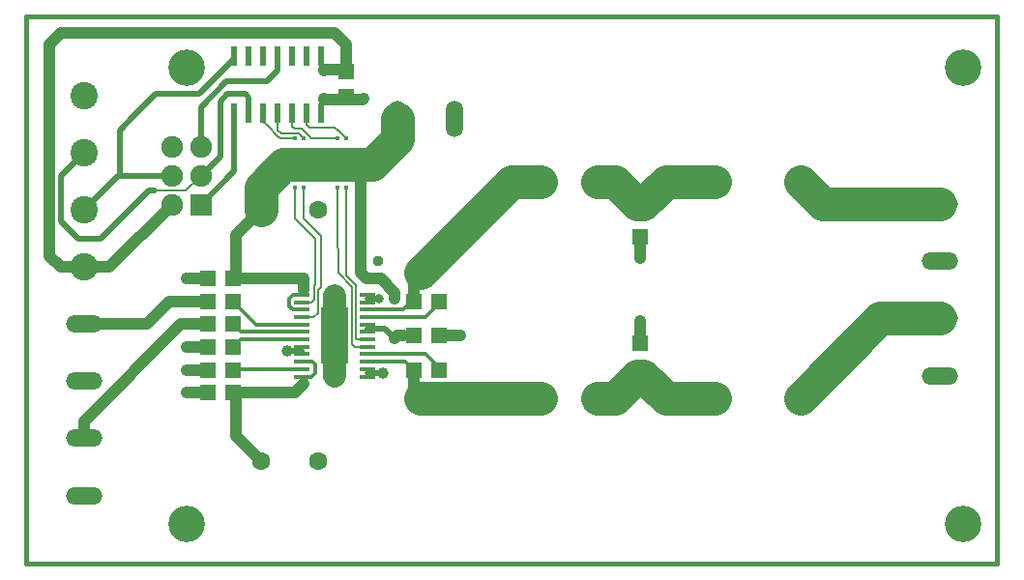
<source format=gtl>
G04 (created by PCBNEW-RS274X (2010-03-14)-final) date Wed 01 Feb 2012 01:55:13 GMT*
G01*
G70*
G90*
%MOIN*%
G04 Gerber Fmt 3.4, Leading zero omitted, Abs format*
%FSLAX34Y34*%
G04 APERTURE LIST*
%ADD10C,0.006000*%
%ADD11C,0.015000*%
%ADD12C,0.126000*%
%ADD13R,0.055100X0.055100*%
%ADD14C,0.094500*%
%ADD15O,0.059100X0.126000*%
%ADD16O,0.126000X0.059100*%
%ADD17C,0.078700*%
%ADD18C,0.063000*%
%ADD19C,0.037400*%
%ADD20R,0.019700X0.070900*%
%ADD21R,0.055100X0.011800*%
%ADD22R,0.094500X0.196900*%
%ADD23C,0.075000*%
%ADD24R,0.075000X0.075000*%
%ADD25C,0.039400*%
%ADD26C,0.031500*%
%ADD27C,0.015700*%
%ADD28C,0.039400*%
%ADD29C,0.007900*%
%ADD30C,0.019700*%
%ADD31C,0.078700*%
%ADD32C,0.011800*%
%ADD33C,0.118100*%
G04 APERTURE END LIST*
G54D10*
G54D11*
X67716Y-62205D02*
X34252Y-62205D01*
X67716Y-43307D02*
X67716Y-62205D01*
X34252Y-43307D02*
X67716Y-43307D01*
X34252Y-62205D02*
X34252Y-43307D01*
G54D12*
X39764Y-45079D03*
X39764Y-60827D03*
X66535Y-60827D03*
X66535Y-45079D03*
G54D13*
X45276Y-46102D03*
X45276Y-45236D03*
X55413Y-50059D03*
X55413Y-50925D03*
X41378Y-53150D03*
X40512Y-53150D03*
X48464Y-53150D03*
X47598Y-53150D03*
X41378Y-53937D03*
X40512Y-53937D03*
X48464Y-55512D03*
X47598Y-55512D03*
X40512Y-54724D03*
X41378Y-54724D03*
X40512Y-55512D03*
X41378Y-55512D03*
X55413Y-55453D03*
X55413Y-54587D03*
X41378Y-56299D03*
X40512Y-56299D03*
X47598Y-54331D03*
X48464Y-54331D03*
G54D14*
X36220Y-51968D03*
X36220Y-49999D03*
X36220Y-48031D03*
X36220Y-46062D03*
G54D15*
X47046Y-46850D03*
X49015Y-46850D03*
G54D16*
X65748Y-49802D03*
X65748Y-51771D03*
X36220Y-53936D03*
X36220Y-55905D03*
X36220Y-57873D03*
X36220Y-59842D03*
X65748Y-53739D03*
X65748Y-55708D03*
G54D17*
X57974Y-49016D03*
X60927Y-49016D03*
X57974Y-56496D03*
X60927Y-56496D03*
G54D18*
X42323Y-50000D03*
X44292Y-50000D03*
X42323Y-58661D03*
X44292Y-58661D03*
G54D19*
X45768Y-51772D03*
X46359Y-51772D03*
G54D13*
X41378Y-52362D03*
X40512Y-52362D03*
G54D20*
X44413Y-44690D03*
X43913Y-44690D03*
X43413Y-44690D03*
X42913Y-44690D03*
X42413Y-44690D03*
X41913Y-44690D03*
X41413Y-44690D03*
X41413Y-46648D03*
X41913Y-46648D03*
X42413Y-46648D03*
X42913Y-46648D03*
X43413Y-46648D03*
X43913Y-46648D03*
X44409Y-46653D03*
G54D21*
X43729Y-52925D03*
X43729Y-53181D03*
X43729Y-53437D03*
X43729Y-53693D03*
X43729Y-53949D03*
X43729Y-54205D03*
X43729Y-54460D03*
X43729Y-54716D03*
X43729Y-54972D03*
X43729Y-55228D03*
X43729Y-55484D03*
X43729Y-55740D03*
X46012Y-55740D03*
X46012Y-55484D03*
X46012Y-55228D03*
X46012Y-54972D03*
X46012Y-54716D03*
X46012Y-54460D03*
X46012Y-54205D03*
X46012Y-53949D03*
X46012Y-53693D03*
X46012Y-53437D03*
X46012Y-53181D03*
X46012Y-52925D03*
G54D22*
X44882Y-54331D03*
G54D23*
X39264Y-49819D03*
X39264Y-48819D03*
X39264Y-47819D03*
G54D24*
X40264Y-49819D03*
G54D23*
X40264Y-48819D03*
X40264Y-47819D03*
G54D18*
X53937Y-49016D03*
X51968Y-49016D03*
X53937Y-56496D03*
X51968Y-56496D03*
G54D25*
X55413Y-53838D03*
X55413Y-51673D03*
G54D26*
X44882Y-54744D03*
X44882Y-53917D03*
X46398Y-53051D03*
G54D25*
X46535Y-55610D03*
X43228Y-54842D03*
X39764Y-56299D03*
X39764Y-55512D03*
X39764Y-54724D03*
X39764Y-52362D03*
X49213Y-54331D03*
X45866Y-46161D03*
G54D27*
X45079Y-53150D03*
X45079Y-52756D03*
X44685Y-53150D03*
X44685Y-52756D03*
X45079Y-55512D03*
X45079Y-55905D03*
X44685Y-55512D03*
X44685Y-55905D03*
X45177Y-55118D03*
X44882Y-55118D03*
X44587Y-55118D03*
G54D26*
X44882Y-54331D03*
G54D27*
X45177Y-53543D03*
X44882Y-53543D03*
X44587Y-53543D03*
G54D26*
X44882Y-52953D03*
X44882Y-55709D03*
G54D27*
X45276Y-47539D03*
X45276Y-49213D03*
X44980Y-49213D03*
X44980Y-47539D03*
X43799Y-47539D03*
X43799Y-49213D03*
X43504Y-49213D03*
X43504Y-47539D03*
G54D25*
X46949Y-53051D03*
X46949Y-54429D03*
G54D28*
X36220Y-51968D02*
X37115Y-51968D01*
X37115Y-51968D02*
X39264Y-49819D01*
G54D29*
X44413Y-44690D02*
X44413Y-45062D01*
X44413Y-45062D02*
X44508Y-45157D01*
G54D28*
X36220Y-51968D02*
X35433Y-51968D01*
X44883Y-43898D02*
X45276Y-44291D01*
X45276Y-44291D02*
X45276Y-45157D01*
X35433Y-43898D02*
X44390Y-43898D01*
X35039Y-44292D02*
X35433Y-43898D01*
X35039Y-51574D02*
X35039Y-44292D01*
X35433Y-51968D02*
X35039Y-51574D01*
X44390Y-43898D02*
X44883Y-43898D01*
X45276Y-45157D02*
X44508Y-45157D01*
G54D29*
X44413Y-44769D02*
X44413Y-45062D01*
X44413Y-45062D02*
X44587Y-45236D01*
X44587Y-45236D02*
X45276Y-45236D01*
X44413Y-45062D02*
X44508Y-45157D01*
X44413Y-45062D02*
X44508Y-45157D01*
G54D28*
X44508Y-45157D02*
X44488Y-45177D01*
X55413Y-54587D02*
X55413Y-53838D01*
X55413Y-50925D02*
X55413Y-51673D01*
G54D30*
X44882Y-54331D02*
X44882Y-54744D01*
X44882Y-54331D02*
X44882Y-53917D01*
X46012Y-53051D02*
X46398Y-53051D01*
G54D29*
X46012Y-52925D02*
X46012Y-53051D01*
X46012Y-53051D02*
X46012Y-53181D01*
G54D30*
X46012Y-55610D02*
X46535Y-55610D01*
G54D29*
X46012Y-55484D02*
X46012Y-55610D01*
X46012Y-55610D02*
X46012Y-55740D01*
G54D30*
X43729Y-54842D02*
X43228Y-54842D01*
G54D29*
X43729Y-54716D02*
X43729Y-54842D01*
X43729Y-54842D02*
X43729Y-54972D01*
X44409Y-46653D02*
X44409Y-46280D01*
X44409Y-46280D02*
X44508Y-46181D01*
X44413Y-46569D02*
X44413Y-46276D01*
X44413Y-46276D02*
X44587Y-46102D01*
X44587Y-46102D02*
X45276Y-46102D01*
G54D28*
X40512Y-56299D02*
X39764Y-56299D01*
X40512Y-55512D02*
X39764Y-55512D01*
X40512Y-54724D02*
X39764Y-54724D01*
X40512Y-52362D02*
X39764Y-52362D01*
X48464Y-54331D02*
X49213Y-54331D01*
G54D29*
X44413Y-46276D02*
X44508Y-46181D01*
G54D28*
X45276Y-46181D02*
X44508Y-46181D01*
X44508Y-46181D02*
X44488Y-46161D01*
X45276Y-46181D02*
X45846Y-46181D01*
X45846Y-46181D02*
X45866Y-46161D01*
G54D29*
X45079Y-52756D02*
X45079Y-53150D01*
X45079Y-53150D02*
X44882Y-53347D01*
X44685Y-52756D02*
X44685Y-53150D01*
X44685Y-53150D02*
X44882Y-53347D01*
X44882Y-54331D02*
X44882Y-53347D01*
X45079Y-55905D02*
X45079Y-55512D01*
X45079Y-55512D02*
X44882Y-55315D01*
X44685Y-55905D02*
X44685Y-55512D01*
X44685Y-55512D02*
X44882Y-55315D01*
X44882Y-54331D02*
X44882Y-55315D01*
X44882Y-54331D02*
X44882Y-54823D01*
X44882Y-54823D02*
X45177Y-55118D01*
X44882Y-54331D02*
X44882Y-55118D01*
X44882Y-54823D02*
X44587Y-55118D01*
X44882Y-54331D02*
X45177Y-54331D01*
X44882Y-54331D02*
X44587Y-54331D01*
X44882Y-54331D02*
X44882Y-53838D01*
X44882Y-53838D02*
X45177Y-53543D01*
X44882Y-54331D02*
X44882Y-53543D01*
X44882Y-53838D02*
X44587Y-53543D01*
G54D31*
X44882Y-54331D02*
X44882Y-52953D01*
X44882Y-54331D02*
X44882Y-55709D01*
G54D30*
X38661Y-49331D02*
X38464Y-49331D01*
G54D29*
X40255Y-48819D02*
X39743Y-49331D01*
X39743Y-49331D02*
X38661Y-49331D01*
G54D30*
X36220Y-48032D02*
X35433Y-48819D01*
X35433Y-48819D02*
X35433Y-50393D01*
X35433Y-50393D02*
X36024Y-50984D01*
X36024Y-50984D02*
X36811Y-50984D01*
X36811Y-50984D02*
X38386Y-49409D01*
X36220Y-48031D02*
X36220Y-48032D01*
G54D29*
X40255Y-48819D02*
X40264Y-48819D01*
G54D30*
X38464Y-49331D02*
X38386Y-49409D01*
X41516Y-46004D02*
X41181Y-46004D01*
X41555Y-46004D02*
X41516Y-46004D01*
X41791Y-46004D02*
X41555Y-46004D01*
X41913Y-46126D02*
X41791Y-46004D01*
X41913Y-46648D02*
X41913Y-46126D01*
X40925Y-48158D02*
X40264Y-48819D01*
X40925Y-46260D02*
X40925Y-48158D01*
X41181Y-46004D02*
X40925Y-46260D01*
X42913Y-44690D02*
X42913Y-45197D01*
X40264Y-46449D02*
X40264Y-47819D01*
X41142Y-45571D02*
X40264Y-46449D01*
X42539Y-45571D02*
X41142Y-45571D01*
X42913Y-45197D02*
X42539Y-45571D01*
G54D29*
X46012Y-54460D02*
X45643Y-54460D01*
X44991Y-47254D02*
X44990Y-47254D01*
X43913Y-47043D02*
X43913Y-46648D01*
X44016Y-47146D02*
X43913Y-47043D01*
X44882Y-47146D02*
X44016Y-47146D01*
X44990Y-47254D02*
X44882Y-47146D01*
X45276Y-49409D02*
X45276Y-49213D01*
X45276Y-52264D02*
X45276Y-49409D01*
X45604Y-52592D02*
X45374Y-52362D01*
X45374Y-52362D02*
X45276Y-52264D01*
X45604Y-52592D02*
X45604Y-52657D01*
X45276Y-47539D02*
X44991Y-47254D01*
X44991Y-47254D02*
X44981Y-47244D01*
X43913Y-46648D02*
X43913Y-46964D01*
X43913Y-46569D02*
X43913Y-46964D01*
X45604Y-52657D02*
X45604Y-52756D01*
X45643Y-54460D02*
X45604Y-54421D01*
X45604Y-54421D02*
X45604Y-52657D01*
X45934Y-54460D02*
X45643Y-54460D01*
G54D30*
X41413Y-48670D02*
X40264Y-49819D01*
X41413Y-46648D02*
X41413Y-48670D01*
X41413Y-44690D02*
X41413Y-44788D01*
X37953Y-46752D02*
X37461Y-47244D01*
X37461Y-47244D02*
X37461Y-48819D01*
X38701Y-46004D02*
X37953Y-46752D01*
X40197Y-46004D02*
X38701Y-46004D01*
X41413Y-44788D02*
X40197Y-46004D01*
X39264Y-48819D02*
X37461Y-48819D01*
X37461Y-48819D02*
X37400Y-48819D01*
X37400Y-48819D02*
X36220Y-49999D01*
G54D32*
X43729Y-54205D02*
X41646Y-54205D01*
X41646Y-54205D02*
X41378Y-53937D01*
X43729Y-54460D02*
X41642Y-54460D01*
X41642Y-54460D02*
X41378Y-54724D01*
X43729Y-55484D02*
X41406Y-55484D01*
X41406Y-55484D02*
X41378Y-55512D01*
X43729Y-53949D02*
X42177Y-53949D01*
X42177Y-53949D02*
X41378Y-53150D01*
G54D28*
X40512Y-53937D02*
X39566Y-53937D01*
X36220Y-57283D02*
X36220Y-57873D01*
X39566Y-53937D02*
X36220Y-57283D01*
G54D33*
X65748Y-49802D02*
X61713Y-49802D01*
X61713Y-49802D02*
X60927Y-49016D01*
X65748Y-53739D02*
X63684Y-53739D01*
X63684Y-53739D02*
X60927Y-56496D01*
G54D29*
X46012Y-54716D02*
X45562Y-54716D01*
X44980Y-47539D02*
X44075Y-47539D01*
X44980Y-49508D02*
X44980Y-49213D01*
X45472Y-52953D02*
X45472Y-52657D01*
X45934Y-54716D02*
X45562Y-54716D01*
X45472Y-54626D02*
X45472Y-52953D01*
X45562Y-54716D02*
X45472Y-54626D01*
X44991Y-52166D02*
X44980Y-50492D01*
X45472Y-52657D02*
X44991Y-52166D01*
X44980Y-50492D02*
X44980Y-49508D01*
X43413Y-47114D02*
X43413Y-46648D01*
X43504Y-47205D02*
X43413Y-47114D01*
X43741Y-47205D02*
X43504Y-47205D01*
X44075Y-47539D02*
X43741Y-47205D01*
X43729Y-53693D02*
X44141Y-53693D01*
X42913Y-46648D02*
X42913Y-47244D01*
X44390Y-50886D02*
X43799Y-50295D01*
X43799Y-50295D02*
X43799Y-49213D01*
X44291Y-53248D02*
X44291Y-52756D01*
X44141Y-53693D02*
X43808Y-53693D01*
X44291Y-53543D02*
X44291Y-53248D01*
X44141Y-53693D02*
X44291Y-53543D01*
X44390Y-52657D02*
X44390Y-51181D01*
X44291Y-52756D02*
X44390Y-52657D01*
X44390Y-51181D02*
X44390Y-50886D01*
X43622Y-47362D02*
X43799Y-47539D01*
X43031Y-47362D02*
X43622Y-47362D01*
X42913Y-47244D02*
X43031Y-47362D01*
X42913Y-46648D02*
X42913Y-46949D01*
X42913Y-46949D02*
X42913Y-46569D01*
X43729Y-53181D02*
X44063Y-53181D01*
X43504Y-47539D02*
X43011Y-47539D01*
X44193Y-50984D02*
X43504Y-50295D01*
X43504Y-50295D02*
X43504Y-49213D01*
X42559Y-47087D02*
X42913Y-47441D01*
X44173Y-52598D02*
X44173Y-52579D01*
X44159Y-52612D02*
X44173Y-52598D01*
X44063Y-53181D02*
X44159Y-53085D01*
X44063Y-53181D02*
X43808Y-53181D01*
X44159Y-53085D02*
X44159Y-52612D01*
X44193Y-52559D02*
X44193Y-51181D01*
X44173Y-52579D02*
X44193Y-52559D01*
X44193Y-51181D02*
X44193Y-50984D01*
X43011Y-47539D02*
X42913Y-47441D01*
X42413Y-46648D02*
X42413Y-46941D01*
X42413Y-46941D02*
X42559Y-47087D01*
X42413Y-46941D02*
X42413Y-46569D01*
X42559Y-47087D02*
X42413Y-46941D01*
X46012Y-53693D02*
X46326Y-53693D01*
G54D32*
X48464Y-53150D02*
X48464Y-53229D01*
X48000Y-53693D02*
X46326Y-53693D01*
X46326Y-53693D02*
X45934Y-53693D01*
X48464Y-53229D02*
X48000Y-53693D01*
G54D33*
X47835Y-56496D02*
X48031Y-56496D01*
G54D28*
X47598Y-56259D02*
X47835Y-56496D01*
X47598Y-55512D02*
X47598Y-56259D01*
G54D33*
X48031Y-56496D02*
X51968Y-56496D01*
G54D29*
X46012Y-55228D02*
X46366Y-55228D01*
G54D32*
X47235Y-55228D02*
X47314Y-55228D01*
X45934Y-55228D02*
X46366Y-55228D01*
X46366Y-55228D02*
X47235Y-55228D01*
X47314Y-55228D02*
X47598Y-55512D01*
G54D29*
X46012Y-54972D02*
X46387Y-54972D01*
G54D32*
X48464Y-55512D02*
X48464Y-55433D01*
X48003Y-54972D02*
X46387Y-54972D01*
X46387Y-54972D02*
X45934Y-54972D01*
X48464Y-55433D02*
X48003Y-54972D01*
G54D28*
X40512Y-53150D02*
X39173Y-53150D01*
X38387Y-53936D02*
X39173Y-53150D01*
X38387Y-53936D02*
X36220Y-53936D01*
G54D33*
X47835Y-52165D02*
X50984Y-49016D01*
G54D28*
X47598Y-52402D02*
X47835Y-52165D01*
X47598Y-53150D02*
X47598Y-52402D01*
G54D33*
X50984Y-49016D02*
X51968Y-49016D01*
G54D29*
X46012Y-53437D02*
X46405Y-53437D01*
G54D32*
X47598Y-53150D02*
X47519Y-53150D01*
X47232Y-53437D02*
X46405Y-53437D01*
X46405Y-53437D02*
X45934Y-53437D01*
X47519Y-53150D02*
X47232Y-53437D01*
G54D33*
X57974Y-56496D02*
X56299Y-56496D01*
X56299Y-56496D02*
X55512Y-55709D01*
X55512Y-55709D02*
X55314Y-55709D01*
X55314Y-55709D02*
X54527Y-56496D01*
X54527Y-56496D02*
X53937Y-56496D01*
G54D29*
X53937Y-56496D02*
X54370Y-56496D01*
X54370Y-56496D02*
X55413Y-55453D01*
G54D33*
X57974Y-49016D02*
X56299Y-49016D01*
X56299Y-49016D02*
X55512Y-49803D01*
X55512Y-49803D02*
X55314Y-49803D01*
X55314Y-49803D02*
X54527Y-49016D01*
G54D29*
X53937Y-49016D02*
X54370Y-49016D01*
X54370Y-49016D02*
X55413Y-50059D01*
G54D33*
X54527Y-49016D02*
X53937Y-49016D01*
G54D30*
X46012Y-54075D02*
X46595Y-54075D01*
X46595Y-54075D02*
X46949Y-54429D01*
G54D29*
X46012Y-53949D02*
X46012Y-54075D01*
X46012Y-54075D02*
X46012Y-54205D01*
X43729Y-55740D02*
X44063Y-55740D01*
X43729Y-55228D02*
X44106Y-55228D01*
X43729Y-53437D02*
X43437Y-53437D01*
G54D32*
X43729Y-52925D02*
X43729Y-52826D01*
X43729Y-52826D02*
X43799Y-52756D01*
X43729Y-55740D02*
X43729Y-55934D01*
X43729Y-55934D02*
X43799Y-56004D01*
X41378Y-52362D02*
X41732Y-52362D01*
X41378Y-56299D02*
X41732Y-56299D01*
X43808Y-55995D02*
X43799Y-56004D01*
X47598Y-54331D02*
X47244Y-54331D01*
G54D28*
X46949Y-54429D02*
X47047Y-54331D01*
X47047Y-54331D02*
X47244Y-54331D01*
X45768Y-51772D02*
X45768Y-52166D01*
X45768Y-52166D02*
X45964Y-52362D01*
X45964Y-52362D02*
X46456Y-52362D01*
X46456Y-52362D02*
X46948Y-52854D01*
X46948Y-52854D02*
X46948Y-53050D01*
X46948Y-53050D02*
X46949Y-53051D01*
X45768Y-51772D02*
X45768Y-48818D01*
X45768Y-48818D02*
X46161Y-48425D01*
G54D33*
X42323Y-50000D02*
X42323Y-49212D01*
X47046Y-47540D02*
X46161Y-48425D01*
X46161Y-48425D02*
X44291Y-48425D01*
X47046Y-47540D02*
X47046Y-46850D01*
X43110Y-48425D02*
X44291Y-48425D01*
X42323Y-49212D02*
X43110Y-48425D01*
G54D32*
X43808Y-52925D02*
X43453Y-52925D01*
X43437Y-53437D02*
X43307Y-53307D01*
X43307Y-53307D02*
X43307Y-53071D01*
X43437Y-53437D02*
X43808Y-53437D01*
X43453Y-52925D02*
X43307Y-53071D01*
G54D29*
X43799Y-52756D02*
X43799Y-52953D01*
G54D28*
X41457Y-52362D02*
X41732Y-52362D01*
X41732Y-52362D02*
X43307Y-52362D01*
X43307Y-52362D02*
X43799Y-52362D01*
X43799Y-52756D02*
X43799Y-52362D01*
G54D29*
X43799Y-52953D02*
X43808Y-52925D01*
G54D28*
X41457Y-52362D02*
X41457Y-50866D01*
X41457Y-50866D02*
X42323Y-50000D01*
G54D32*
X43808Y-55740D02*
X44063Y-55740D01*
X44063Y-55740D02*
X44193Y-55610D01*
X44193Y-55315D02*
X44193Y-55610D01*
X44106Y-55228D02*
X44193Y-55315D01*
X44106Y-55228D02*
X43808Y-55228D01*
G54D28*
X43504Y-56299D02*
X41732Y-56299D01*
X41732Y-56299D02*
X41457Y-56299D01*
X43799Y-56004D02*
X43504Y-56299D01*
X41457Y-56299D02*
X41457Y-57795D01*
X41457Y-57795D02*
X42323Y-58661D01*
M02*

</source>
